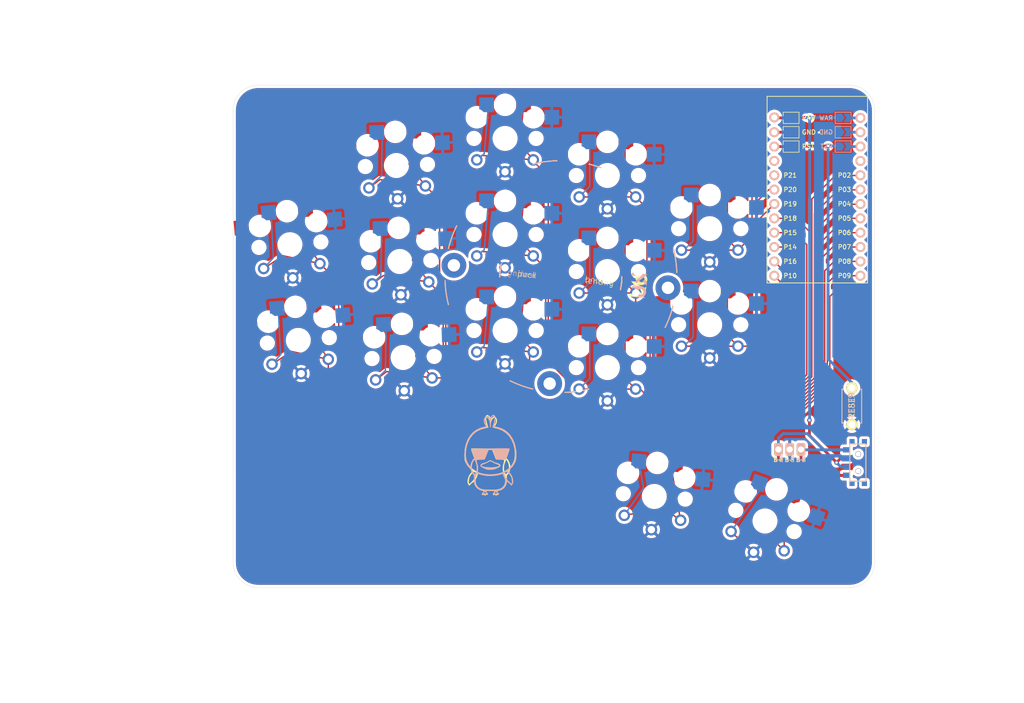
<source format=kicad_pcb>
(kicad_pcb (version 20211014) (generator pcbnew)
  (title_block (title "board") (rev "v1.0.0") (company "Unknown"))
  (layers (0 "F.Cu" signal) (31 "B.Cu" signal) (34 "B.Paste" user) (35 "F.Paste" user) (36 "B.SilkS" user "B.Silkscreen") (37 "F.SilkS" user "F.Silkscreen") (38 "B.Mask" user) (39 "F.Mask" user) (44 "Edge.Cuts" user))
  (net 0 "")
  (net 1 "P6")
  (net 2 "GND")
  (net 3 "P5")
  (net 4 "P4")
  (net 5 "P3")
  (net 6 "P2")
  (net 7 "P18")
  (net 8 "P15")
  (net 9 "P14")
  (net 10 "P16")
  (net 11 "P10")
  (net 12 "P19")
  (net 13 "P20")
  (net 14 "P21")
  (net 15 "P7")
  (net 16 "P8")
  (net 17 "P9")
  (net 18 "RAW")
  (net 19 "RST")
  (net 20 "Braw")
  (footprint "E73:SPDT_C128955" (layer "F.Cu") (at 159.004 -55.88 -90)
    (fp_text reference "T1" hide)
    (fp_text value "" hide)
  )
  (footprint "lib:bat" (layer "F.Cu") (at 146.87186 -58.201381)
    (fp_text reference "PAD1" hide)
    (fp_text value "" hide)
  )
  (footprint "kbd:ResetSW" (layer "F.Cu") (at 157.861 -65.861 90)
    (fp_text reference "B1" hide)
    (fp_text value "")
  )
  (footprint "PG1350" (layer "F.Cu") (at 77.269925 -108.458447 2)
    (fp_text reference "S11" hide)
    (fp_text value "" hide)
  )
  (footprint "PG1350" (layer "F.Cu") (at 142.499353 -45.544034 160)
    (fp_text reference "S34" hide)
    (fp_text value "" hide)
  )
  (footprint "PG1350" (layer "F.Cu") (at 96.495817 -96.246989)
    (fp_text reference "S15" hide)
    (fp_text value "" hide)
  )
  (footprint "PG1350" (layer "F.Cu") (at 114.611087 -89.686017)
    (fp_text reference "S21" hide)
    (fp_text value "" hide)
  )
  (footprint "PG1350" (layer "F.Cu") (at 78.456509 -74.479159 -178)
    (fp_text reference "S8" hide)
    (fp_text value "" hide)
  )
  (footprint "PG1350" (layer "F.Cu") (at 96.495817 -79.246989 180)
    (fp_text reference "S14" hide)
    (fp_text value "" hide)
  )
  (footprint "PG1350" (layer "F.Cu") (at 114.611087 -72.686017 180)
    (fp_text reference "S20" hide)
    (fp_text value "" hide)
  )
  (footprint "PG1350" (layer "F.Cu") (at 132.71828 -80.278852 180)
    (fp_text reference "S28" hide)
    (fp_text value "" hide)
  )
  (footprint "PG1350" (layer "F.Cu") (at 132.71828 -97.278852)
    (fp_text reference "S29" hide)
    (fp_text value "" hide)
  )
  (footprint "LOGO" (layer "F.Cu") (at 93.819755 -55.859733)
    (fp_text reference "G***" hide)
    (fp_text value "LOGO" hide)
  )
  (footprint "PG1350" (layer "F.Cu") (at 142.499353 -45.544034 -20)
    (fp_text reference "S33" hide)
    (fp_text value "" hide)
  )
  (footprint "PG1350" (layer "F.Cu") (at 78.456509 -74.479159 2)
    (fp_text reference "S7" hide)
    (fp_text value "" hide)
  )
  (footprint "E73:SPDT_C128955" (layer "F.Cu") (at 159.004 -55.88 -90)
    (fp_text reference "T2" hide)
    (fp_text value "" hide)
  )
  (footprint "PG1350" (layer "F.Cu") (at 58.419932 -94.443355 5)
    (fp_text reference "S5" hide)
    (fp_text value "" hide)
  )
  (footprint "PG1350" (layer "F.Cu") (at 132.71828 -80.278852)
    (fp_text reference "S27" hide)
    (fp_text value "" hide)
  )
  (footprint "PG1350" (layer "F.Cu") (at 77.863217 -91.468803 2)
    (fp_text reference "S9" hide)
    (fp_text value "" hide)
  )
  (footprint "PG1350" (layer "F.Cu") (at 96.495817 -96.246989 180)
    (fp_text reference "S16" hide)
    (fp_text value "" hide)
  )
  (footprint "PG1350" (layer "F.Cu") (at 132.71828 -97.278852 180)
    (fp_text reference "S30" hide)
    (fp_text value "" hide)
  )
  (footprint "PG1350" (layer "F.Cu") (at 96.495817 -79.246989)
    (fp_text reference "S13" hide)
    (fp_text value "" hide)
  )
  (footprint "PG1350" (layer "F.Cu") (at 114.611087 -106.686017 180)
    (fp_text reference "S24" hide)
    (fp_text value "" hide)
  )
  (footprint "PG1350" (layer "F.Cu") (at 96.495818 -113.246989)
    (fp_text reference "S17" hide)
    (fp_text value "" hide)
  )
  (footprint "PG1350" (layer "F.Cu") (at 59.901579 -77.508043 -175)
    (fp_text reference "S4" hide)
    (fp_text value "" hide)
  )
  (footprint "PG1350" (layer "F.Cu") (at 77.863217 -91.468803 -178)
    (fp_text reference "S10" hide)
    (fp_text value "" hide)
  )
  (footprint "PG1350" (layer "F.Cu") (at 114.611087 -89.686017 180)
    (fp_text reference "S22" hide)
    (fp_text value "" hide)
  )
  (footprint "PG1350" (layer "F.Cu") (at 122.91002 -49.886885 -5)
    (fp_text reference "S31" hide)
    (fp_text value "" hide)
  )
  (footprint "ProMicro" (layer "F.Cu") (at 151.765 -102.913254 -90)
    (fp_text reference "MCU1" hide)
    (fp_text value "" hide)
  )
  (footprint "PG1350" (layer "F.Cu") (at 59.901579 -77.508043 5)
    (fp_text reference "S3" hide)
    (fp_text value "" hide)
  )
  (footprint "PG1350" (layer "F.Cu") (at 122.91002 -49.886885 175)
    (fp_text reference "S32" hide)
    (fp_text value "" hide)
  )
  (footprint "Alaa:Tenting_Puck_3_Holes" (layer "F.Cu") (at 106.385267 -88.795642 84)
    (fp_text reference "REF**")
    (fp_text value "Tenting Puck")
  )
  (footprint "PG1350" (layer "F.Cu") (at 77.269925 -108.458447 -178)
    (fp_text reference "S12" hide)
    (fp_text value "" hide)
  )
  (footprint "PG1350" (layer "F.Cu") (at 114.611087 -106.686017)
    (fp_text reference "S23" hide)
    (fp_text value "" hide)
  )
  (footprint "PG1350" (layer "F.Cu") (at 58.419932 -94.443355 -175)
    (fp_text reference "S6" hide)
    (fp_text value "" hide)
  )
  (footprint "PG1350" (layer "F.Cu") (at 114.611087 -72.686017)
    (fp_text reference "S19" hide)
    (fp_text value "" hide)
  )
  (footprint "PG1350" (layer "F.Cu") (at 96.495818 -113.246989 180)
    (fp_text reference "S18" hide)
    (fp_text value "" hide)
  )
  (footprint "LOGO" (layer "B.Cu") (at 93.98 -55.88 180)
    (fp_text reference "G***" hide)
    (fp_text value "LOGO" hide)
  )
  (gr_arc (start 157.47209 -122.65009) (mid 160.615183 -121.348183) (end 161.91709 -118.20509) (layer "Edge.Cuts") (width 0.05))
  (gr_arc (start 52.80709 -33.75009) (mid 49.663995 -35.051995) (end 48.36209 -38.19509) (layer "Edge.Cuts") (width 0.05))
  (gr_line (start 161.913484 -38.196739) (end 161.91709 -118.20509) (layer "Edge.Cuts") (width 0.05))
  (gr_line (start 52.80709 -33.75009) (end 157.468484 -33.751739) (layer "Edge.Cuts") (width 0.05))
  (gr_line (start 157.47209 -122.65009) (end 52.803448 -122.652954) (layer "Edge.Cuts") (width 0.05))
  (gr_arc (start 48.358448 -118.207954) (mid 49.660357 -121.351045) (end 52.803448 -122.652954) (layer "Edge.Cuts") (width 0.05))
  (gr_arc (start 161.913484 -38.196739) (mid 160.611574 -35.053649) (end 157.468484 -33.751739) (layer "Edge.Cuts") (width 0.05))
  (gr_line (start 48.358448 -118.207954) (end 48.36209 -38.19509) (layer "Edge.Cuts") (width 0.05))
  (segment (start 63.732097 -91.093594) (end 57.237852 -92.473987) (width 0.25) (layer "F.Cu") (net 1))
  (segment (start 61.163892 -100.656149) (end 60.265842 -96.431156) (width 0.25) (layer "F.Cu") (net 1))
  (segment (start 152.628374 -72.517) (end 152.628374 -70.346106) (width 0.25) (layer "F.Cu") (net 1))
  (segment (start 57.237852 -92.473987) (end 53.77015 -90.222036) (width 0.25) (layer "F.Cu") (net 1))
  (segment (start 157.015254 -96.563254) (end 152.628374 -92.176374) (width 0.25) (layer "F.Cu") (net 1))
  (segment (start 87.231438 -65.796819) (end 87.223486 -65.788867) (width 0.25) (layer "F.Cu") (net 1))
  (segment (start 121.686138 -62.104105) (end 109.813674 -62.104105) (width 0.25) (layer "F.Cu") (net 1))
  (segment (start 60.265842 -96.431156) (end 63.732097 -91.093594) (width 0.25) (layer "F.Cu") (net 1))
  (segment (start 108.250914 -63.666865) (end 102.561997 -63.666865) (width 0.25) (layer "F.Cu") (net 1))
  (segment (start 152.628374 -92.176374) (end 152.628374 -72.346106) (width 0.25) (layer "F.Cu") (net 1))
  (segment (start 67.056 -87.769691) (end 63.732097 -91.093594) (width 0.25) (layer "F.Cu") (net 1))
  (segment (start 87.223486 -65.788867) (end 71.347919 -65.788867) (width 0.25) (layer "F.Cu") (net 1))
  (segment (start 124.592825 -65.010791) (end 121.686138 -62.104105) (width 0.25) (layer "F.Cu") (net 1))
  (segment (start 159.385 -96.563254) (end 157.015254 -96.563254) (width 0.25) (layer "F.Cu") (net 1))
  (segment (start 152.628374 -70.346106) (end 147.293059 -65.010791) (width 0.25) (layer "F.Cu") (net 1))
  (segment (start 147.293059 -65.010791) (end 124.592825 -65.010791) (width 0.25) (layer "F.Cu") (net 1))
  (segment (start 109.813674 -62.104105) (end 108.250914 -63.666865) (width 0.25) (layer "F.Cu") (net 1))
  (segment (start 102.561997 -63.666865) (end 100.432043 -65.796819) (width 0.25) (layer "F.Cu") (net 1))
  (segment (start 100.432043 -65.796819) (end 87.231438 -65.796819) (width 0.25) (layer "F.Cu") (net 1))
  (segment (start 67.056 -70.080786) (end 67.056 -87.769691) (width 0.25) (layer "F.Cu") (net 1))
  (segment (start 71.347919 -65.788867) (end 67.056 -70.080786) (width 0.25) (layer "F.Cu") (net 1))
  (segment (start 55.488475 -92.130429) (end 53.77015 -90.222037) (width 0.25) (layer "B.Cu") (net 1))
  (segment (start 55.093012 -99.676322) (end 55.488475 -92.130429) (width 0.25) (layer "B.Cu") (net 1))
  (segment (start 54.638817 -100.085279) (end 55.093012 -99.676322) (width 0.25) (layer "B.Cu") (net 1))
  (segment (start 151.971116 -114.252116) (end 147.942615 -114.252116) (width 0.5) (layer "F.Cu") (net 2))
  (segment (start 107.45356 -76.015027) (end 106.436087 -77.0325) (width 0.5) (layer "F.Cu") (net 2))
  (segment (start 147.942615 -114.252116) (end 147.851477 -114.343254) (width 0.5) (layer "F.Cu") (net 2))
  (via (at 152.019 -114.3) (size 0.8) (drill 0.4) (layers "F.Cu" "B.Cu") (net 2))
  (segment (start 152.043758 -114.324758) (end 155.853915 -114.324758) (width 0.5) (layer "B.Cu") (net 2))
  (segment (start 124.406628 -65.460311) (end 147.106862 -65.460311) (width 0.25) (layer "F.Cu") (net 3))
  (segment (start 121.499941 -62.553625) (end 124.406628 -65.460311) (width 0.25) (layer "F.Cu") (net 3))
  (segment (start 102.748195 -64.116385) (end 108.437111 -64.116385) (width 0.25) (layer "F.Cu") (net 3))
  (segment (start 156.634254 -99.103254) (end 159.385 -99.103254) (width 0.25) (layer "F.Cu") (net 3))
  (segment (start 89.497197 -70.855971) (end 94.106829 -66.246339) (width 0.25) (layer "F.Cu") (net 3))
  (segment (start 80.699283 -74.686881) (end 83.586081 -70.855971) (width 0.25) (layer "F.Cu") (net 3))
  (segment (start 83.586081 -70.855971) (end 89.497197 -70.855971) (width 0.25) (layer "F.Cu") (net 3))
  (segment (start 147.106862 -65.460311) (end 152.178854 -70.532304) (width 0.25) (layer "F.Cu") (net 3))
  (segment (start 83.586081 -70.855971) (end 75.553425 -71.984886) (width 0.25) (layer "F.Cu") (net 3))
  (segment (start 100.618241 -66.246339) (end 102.748195 -64.116385) (width 0.25) (layer "F.Cu") (net 3))
  (segment (start 81.521861 -80.53983) (end 80.699283 -74.686881) (width 0.25) (layer "F.Cu") (net 3))
  (segment (start 75.553425 -71.984886) (end 73.592172 -70.506977) (width 0.25) (layer "F.Cu") (net 3))
  (segment (start 108.437111 -64.116385) (end 109.999871 -62.553625) (width 0.25) (layer "F.Cu") (net 3))
  (segment (start 152.178854 -70.532304) (end 152.178854 -94.647854) (width 0.25) (layer "F.Cu") (net 3))
  (segment (start 109.999871 -62.553625) (end 121.499941 -62.553625) (width 0.25) (layer "F.Cu") (net 3))
  (segment (start 152.178854 -94.647854) (end 156.634254 -99.103254) (width 0.25) (layer "F.Cu") (net 3))
  (segment (start 94.106829 -66.246339) (end 100.618241 -66.246339) (width 0.25) (layer "F.Cu") (net 3))
  (segment (start 75.450233 -79.820002) (end 75.316743 -72.172374) (width 0.25) (layer "B.Cu") (net 3))
  (segment (start 75.316743 -72.172374) (end 73.592173 -70.506976) (width 0.25) (layer "B.Cu") (net 3))
  (segment (start 74.975852 -80.311238) (end 75.450233 -79.820002) (width 0.25) (layer "B.Cu") (net 3))
  (segment (start 82.992789 -87.845616) (end 85.555821 -85.191518) (width 0.25) (layer "F.Cu") (net 4))
  (segment (start 80.105992 -91.676525) (end 82.992789 -87.845615) (width 0.25) (layer "F.Cu") (net 4))
  (segment (start 121.313741 -63.003145) (end 110.186071 -63.003145) (width 0.25) (layer "F.Cu") (net 4))
  (segment (start 124.220427 -65.909831) (end 121.313741 -63.003145) (width 0.25) (layer "F.Cu") (net 4))
  (segment (start 94.293027 -66.695859) (end 92.178443 -68.810443) (width 0.25) (layer "F.Cu") (net 4))
  (segment (start 80.92857 -97.529475) (end 80.105992 -91.676525) (width 0.25) (layer "F.Cu") (net 4))
  (segment (start 151.729334 -70.718501) (end 146.920664 -65.909831) (width 0.25) (layer "F.Cu") (net 4))
  (segment (start 159.341746 -101.6) (end 155.956 -101.6) (width 0.25) (layer "F.Cu") (net 4))
  (segment (start 92.178443 -68.810443) (end 92.662886 -68.326) (width 0.25) (layer "F.Cu") (net 4))
  (segment (start 155.956 -101.6) (end 151.729334 -97.373334) (width 0.25) (layer "F.Cu") (net 4))
  (segment (start 102.934392 -64.565905) (end 100.804437 -66.695859) (width 0.25) (layer "F.Cu") (net 4))
  (segment (start 82.992789 -87.845615) (end 74.960134 -88.974532) (width 0.25) (layer "F.Cu") (net 4))
  (segment (start 100.804437 -66.695859) (end 94.293027 -66.695859) (width 0.25) (layer "F.Cu") (net 4))
  (segment (start 85.555821 -85.191518) (end 85.555821 -75.416679) (width 0.25) (layer "F.Cu") (net 4))
  (segment (start 110.186071 -63.003145) (end 108.623311 -64.565905) (width 0.25) (layer "F.Cu") (net 4))
  (segment (start 146.920664 -65.909831) (end 124.220427 -65.909831) (width 0.25) (layer "F.Cu") (net 4))
  (segment (start 108.623311 -64.565905) (end 102.934392 -64.565905) (width 0.25) (layer "F.Cu") (net 4))
  (segment (start 74.960134 -88.974532) (end 72.998881 -87.496621) (width 0.25) (layer "F.Cu") (net 4))
  (segment (start 151.729334 -97.373334) (end 151.729334 -70.718501) (width 0.25) (layer "F.Cu") (net 4))
  (segment (start 159.385 -101.643254) (end 159.341746 -101.6) (width 0.25) (layer "F.Cu") (net 4))
  (segment (start 89.027 -71.961886) (end 92.178443 -68.810443) (width 0.25) (layer "F.Cu") (net 4))
  (segment (start 85.555821 -75.416679) (end 88.9635 -72.009) (width 0.25) (layer "F.Cu") (net 4))
  (segment (start 74.382559 -97.300882) (end 74.644883 -97.029238) (width 0.25) (layer "B.Cu") (net 4))
  (segment (start 74.503858 -88.94996) (end 72.998881 -87.49662) (width 0.25) (layer "B.Cu") (net 4))
  (segment (start 74.644883 -97.029238) (end 74.503858 -88.94996) (width 0.25) (layer "B.Cu") (net 4))
  (segment (start 74.366842 -105.964176) (end 72.405589 -104.486265) (width 0.25) (layer "F.Cu") (net 5))
  (segment (start 86.005341 -85.377715) (end 85.876468 -85.506588) (width 0.25) (layer "F.Cu") (net 5))
  (segment (start 86.005341 -75.629583) (end 86.005341 -85.377715) (width 0.25) (layer "F.Cu") (net 5))
  (segment (start 85.876468 -85.506588) (end 84.915114 -86.5021) (width 0.25) (layer "F.Cu") (net 5))
  (segment (start 151.249052 -99.941052) (end 155.448 -104.14) (width 0.25) (layer "F.Cu") (net 5))
  (segment (start 84.915114 -86.5021) (end 84.915114 -102.319642) (width 0.25) (layer "F.Cu") (net 5))
  (segment (start 80.335279 -114.519119) (end 79.512699 -108.66617) (width 0.25) (layer "F.Cu") (net 5))
  (segment (start 121.127543 -63.452665) (end 110.372268 -63.452665) (width 0.25) (layer "F.Cu") (net 5))
  (segment (start 84.915114 -102.319642) (end 82.399497 -104.835259) (width 0.25) (layer "F.Cu") (net 5))
  (segment (start 103.12059 -65.015425) (end 100.990636 -67.145379) (width 0.25) (layer "F.Cu") (net 5))
  (segment (start 82.399497 -104.835259) (end 74.366842 -105.964176) (width 0.25) (layer "F.Cu") (net 5))
  (segment (start 159.341746 -104.14) (end 159.385 -104.183254) (width 0.25) (layer "F.Cu") (net 5))
  (segment (start 151.249052 -72.771) (end 151.249052 -70.873939) (width 0.25) (layer "F.Cu") (net 5))
  (segment (start 110.372268 -63.452665) (end 108.809508 -65.015425) (width 0.25) (layer "F.Cu") (net 5))
  (segment (start 124.03423 -66.359351) (end 121.127543 -63.452665) (width 0.25) (layer "F.Cu") (net 5))
  (segment (start 151.249052 -70.873939) (end 146.734466 -66.359351) (width 0.25) (layer "F.Cu") (net 5))
  (segment (start 146.734466 -66.359351) (end 124.03423 -66.359351) (width 0.25) (layer "F.Cu") (net 5))
  (segment (start 94.489545 -67.145379) (end 86.005341 -75.629583) (width 0.25) (layer "F.Cu") (net 5))
  (segment (start 155.448 -104.14) (end 159.341746 -104.14) (width 0.25) (layer "F.Cu") (net 5))
  (segment (start 79.512699 -108.66617) (end 82.399497 -104.835259) (width 0.25) (layer "F.Cu") (net 5))
  (segment (start 100.990636 -67.145379) (end 94.489545 -67.145379) (width 0.25) (layer "F.Cu") (net 5))
  (segment (start 108.809508 -65.015425) (end 103.12059 -65.015425) (width 0.25) (layer "F.Cu") (net 5))
  (segment (start 151.249052 -72.873937) (end 151.249052 -99.941052) (width 0.25) (layer "F.Cu") (net 5))
  (segment (start 74.588217 -114.572308) (end 74.773082 -114.380875) (width 0.25) (layer "B.Cu") (net 5))
  (segment (start 74.638001 -106.64208) (end 72.405589 -104.486264) (width 0.25) (layer "B.Cu") (net 5))
  (segment (start 74.773082 -114.380875) (end 74.638001 -106.64208) (width 0.25) (layer "B.Cu") (net 5))
  (segment (start 146.548268 -66.808871) (end 150.799532 -71.060136) (width 0.25) (layer "F.Cu") (net 6))
  (segment (start 92.44002 -76.239268) (end 91.495817 -75.446988) (width 0.25) (layer "F.Cu") (net 6))
  (segment (start 101.495817 -75.446989) (end 100.838 -74.789172) (width 0.25) (layer "F.Cu") (net 6))
  (segment (start 150.799532 -73.060135) (end 150.799532 -102.539532) (width 0.25) (layer "F.Cu") (net 6))
  (segment (start 101.495817 -75.446989) (end 99.16122 -78.229254) (width 0.25) (layer "F.Cu") (net 6))
  (segment (start 150.799532 -71.060136) (end 150.799532 -73.025) (width 0.25) (layer "F.Cu") (net 6))
  (segment (start 99.16122 -78.229254) (end 99.770817 -85.196989) (width 0.25) (layer "F.Cu") (net 6))
  (segment (start 159.341746 -106.68) (end 159.385 -106.723254) (width 0.25) (layer "F.Cu") (net 6))
  (segment (start 154.94 -106.68) (end 159.341746 -106.68) (width 0.25) (layer "F.Cu") (net 6))
  (segment (start 100.838 -74.789172) (end 100.838 -67.933731) (width 0.25) (layer "F.Cu") (net 6))
  (segment (start 110.558465 -63.902185) (end 120.941347 -63.902185) (width 0.25) (layer "F.Cu") (net 6))
  (segment (start 100.838 -67.933731) (end 103.306786 -65.464945) (width 0.25) (layer "F.Cu") (net 6))
  (segment (start 150.799532 -102.539532) (end 154.94 -106.68) (width 0.25) (layer "F.Cu") (net 6))
  (segment (start 123.848033 -66.808871) (end 146.548268 -66.808871) (width 0.25) (layer "F.Cu") (net 6))
  (segment (start 101.495817 -75.446989) (end 92.44002 -76.239268) (width 0.25) (layer "F.Cu") (net 6))
  (segment (start 120.941347 -63.902185) (end 123.848033 -66.808871) (width 0.25) (layer "F.Cu") (net 6))
  (segment (start 103.306786 -65.464945) (end 108.995705 -65.464945) (width 0.25) (layer "F.Cu") (net 6))
  (segment (start 108.995705 -65.464945) (end 110.558465 -63.902185) (width 0.25) (layer "F.Cu") (net 6))
  (segment (start 92.813707 -76.55283) (end 91.495817 -75.446988) (width 0.25) (layer "B.Cu") (net 6))
  (segment (start 93.220818 -85.196988) (end 93.537006 -84.82017) (width 0.25) (layer "B.Cu") (net 6))
  (segment (start 93.537006 -84.82017) (end 92.813707 -76.55283) (width 0.25) (layer "B.Cu") (net 6))
  (segment (start 146.36207 -67.258391) (end 150.350012 -71.246333) (width 0.25) (layer "F.Cu") (net 7))
  (segment (start 150.350012 -96.791988) (end 148.038746 -99.103254) (width 0.25) (layer "F.Cu") (net 7))
  (segment (start 109.181903 -65.914465) (end 110.744663 -64.351705) (width 0.25) (layer "F.Cu") (net 7))
  (segment (start 110.744663 -64.351705) (end 120.755149 -64.351705) (width 0.25) (layer "F.Cu") (net 7))
  (segment (start 101.495817 -92.446989) (end 92.440019 -93.239269) (width 0.25) (layer "F.Cu") (net 7))
  (segment (start 101.28752 -71.31552) (end 101.28752 -68.119929) (width 0.25) (layer "F.Cu") (net 7))
  (segment (start 99.161219 -95.229254) (end 101.495817 -92.446989) (width 0.25) (layer "F.Cu") (net 7))
  (segment (start 150.350012 -71.246333) (end 150.350012 -96.791988) (width 0.25) (layer "F.Cu") (net 7))
  (segment (start 103.69048 -73.71848) (end 101.28752 -71.31552) (width 0.25) (layer "F.Cu") (net 7))
  (segment (start 148.038746 -99.103254) (end 144.145 -99.103254) (width 0.25) (layer "F.Cu") (net 7))
  (segment (start 101.28752 -68.119929) (end 103.492984 -65.914465) (width 0.25) (layer "F.Cu") (net 7))
  (segment (start 101.495817 -92.446989) (end 103.69048 -90.252326) (width 0.25) (layer "F.Cu") (net 7))
  (segment (start 123.661836 -67.258391) (end 146.36207 -67.258391) (width 0.25) (layer "F.Cu") (net 7))
  (segment (start 99.770817 -102.196989) (end 99.161219 -95.229254) (width 0.25) (layer "F.Cu") (net 7))
  (segment (start 92.440019 -93.239269) (end 91.495817 -92.446988) (width 0.25) (layer "F.Cu") (net 7))
  (segment (start 103.69048 -90.252326) (end 103.69048 -73.71848) (width 0.25) (layer "F.Cu") (net 7))
  (segment (start 103.492984 -65.914465) (end 109.181903 -65.914465) (width 0.25) (layer "F.Cu") (net 7))
  (segment (start 120.755149 -64.351705) (end 123.661836 -67.258391) (width 0.25) (layer "F.Cu") (net 7))
  (segment (start 92.813707 -93.55283) (end 91.495817 -92.446988) (width 0.25) (layer "B.Cu") (net 7))
  (segment (start 93.220817 -102.196988) (end 93.537006 -101.82017) (width 0.25) (layer "B.Cu") (net 7))
  (segment (start 93.537006 -101.82017) (end 92.813707 -93.55283) (width 0.25) (layer "B.Cu") (net 7))
  (segment (start 149.900492 -94.447508) (end 147.784746 -96.563254) (width 0.25) (layer "F.Cu") (net 8))
  (segment (start 104.14 -106.553) (end 104.14 -73.787) (width 0.25) (layer "F.Cu") (net 8))
  (segment (start 99.770818 -119.196989) (end 99.16122 -112.229254) (width 0.25) (layer "F.Cu") (net 8))
  (segment (start 101.495818 -109.446989) (end 101.495818 -109.197182) (width 0.25) (layer "F.Cu") (net 8))
  (segment (start 107.415146 -68.316938) (end 110.930859 -64.801225) (width 0.25) (layer "F.Cu") (net 8))
  (segment (start 101.495818 -109.197182) (end 104.14 -106.553) (width 0.25) (layer "F.Cu") (net 8))
  (segment (start 92.44002 -110.239269) (end 91.495817 -109.446988) (width 0.25) (layer "F.Cu") (net 8))
  (segment (start 147.784746 -96.563254) (end 144.145 -96.563254) (width 0.25) (layer "F.Cu") (net 8))
  (segment (start 110.930859 -64.801225) (end 120.568951 -64.801225) (width 0.25) (layer "F.Cu") (net 8))
  (segment (start 107.415146 -70.511854) (end 107.415146 -68.316938) (width 0.25) (layer "F.Cu") (net 8))
  (segment (start 149.900492 -71.432531) (end 149.900492 -94.447508) (width 0.25) (layer "F.Cu") (net 8))
  (segment (start 101.495817 -109.446989) (end 92.44002 -110.239269) (width 0.25) (layer "F.Cu") (net 8))
  (segment (start 123.475639 -67.707911) (end 146.175872 -67.707911) (width 0.25) (layer "F.Cu") (net 8))
  (segment (start 146.175872 -67.707911) (end 149.900492 -71.432531) (width 0.25) (layer "F.Cu") (net 8))
  (segment (start 99.16122 -112.229254) (end 101.495817 -109.446989) (width 0.25) (layer "F.Cu") (net 8))
  (segment (start 104.14 -73.787) (end 107.415146 -70.511854) (width 0.25) (layer "F.Cu") (net 8))
  (segment (start 120.568951 -64.801225) (end 123.475639 -67.707911) (width 0.25) (layer "F.Cu") (net 8))
  (segment (start 92.813708 -110.55283) (end 91.495817 -109.446988) (width 0.25) (layer "B.Cu") (net 8))
  (segment (start 93.537006 -118.82017) (end 92.813708 -110.55283) (width 0.25) (layer "B.Cu") (net 8))
  (segment (start 93.220818 -119.196988) (end 93.537006 -118.82017) (width 0.25) (layer "B.Cu") (net 8))
  (segment (start 120.411087 -68.886017) (end 121.128314 -68.16879) (width 0.25) (layer "F.Cu") (net 9))
  (segment (start 121.128314 -68.16879) (end 146.001033 -68.16879) (width 0.25) (layer "F.Cu") (net 9))
  (segment (start 147.403746 -94.023254) (end 144.145 -94.023254) (width 0.25) (layer "F.Cu") (net 9))
  (segment (start 110.411087 -68.886017) (end 120.411087 -68.886017) (width 0.25) (layer "F.Cu") (net 9))
  (segment (start 117.736566 -78.486496) (end 117.736566 -70.760538) (width 0.25) (layer "F.Cu") (net 9))
  (segment (start 146.001033 -68.16879) (end 149.450972 -71.618729) (width 0.25) (layer "F.Cu") (net 9))
  (segment (start 149.450972 -71.618729) (end 149.450972 -91.976028) (width 0.25) (layer "F.Cu") (net 9))
  (segment (start 117.736566 -70.760538) (end 119.611087 -68.886017) (width 0.25) (layer "F.Cu") (net 9))
  (segment (start 117.886087 -78.636017) (end 117.736566 -78.486496) (width 0.25) (layer "F.Cu") (net 9))
  (segment (start 149.450972 -91.976028) (end 147.403746 -94.023254) (width 0.25) (layer "F.Cu") (net 9))
  (segment (start 111.485608 -79.029475) (end 111.485608 -70.760538) (width 0.25) (layer "B.Cu") (net 9))
  (segment (start 111.485608 -70.760538) (end 109.611087 -68.886017) (width 0.25) (layer "B.Cu") (net 9))
  (segment (start 117.736566 -87.760538) (end 119.611087 -85.886017) (width 0.25) (layer "F.Cu") (net 10))
  (segment (start 109.611087 -85.886017) (end 119.611087 -85.886017) (width 0.25) (layer "F.Cu") (net 10))
  (segment (start 149.001452 -86.626802) (end 149.001452 -71.804927) (width 0.25) (layer "F.Cu") (net 10))
  (segment (start 144.145 -91.483254) (end 149.001452 -86.626802) (width 0.25) (layer "F.Cu") (net 10))
  (segment (start 122.166194 -80.876851) (end 119.611087 -83.431958) (width 0.25) (layer "F.Cu") (net 10))
  (segment (start 117.736566 -95.486496) (end 117.736566 -87.760538) (width 0.25) (layer "F.Cu") (net 10))
  (segment (start 119.611087 -83.431958) (end 119.611087 -85.886017) (width 0.25) (layer "F.Cu") (net 10))
  (segment (start 122.896972 -68.61831) (end 122.166194 -69.349088) (width 0.25) (layer "F.Cu") (net 10))
  (segment (start 145.814835 -68.61831) (end 122.896972 -68.61831) (width 0.25) (layer "F.Cu") (net 10))
  (segment (start 149.001452 -71.804927) (end 145.814835 -68.61831) (width 0.25) (layer "F.Cu") (net 10))
  (segment (start 117.886087 -95.636017) (end 117.736566 -95.486496) (width 0.25) (layer "F.Cu") (net 10))
  (segment (start 122.166194 -69.349088) (end 122.166194 -80.876851) (width 0.25) (layer "F.Cu") (net 10))
  (segment (start 111.485608 -96.029475) (end 111.485608 -87.760538) (width 0.25) (layer "B.Cu") (net 10))
  (segment (start 111.485608 -87.760538) (end 109.611087 -85.886017) (width 0.25) (layer "B.Cu") (net 10))
  (segment (start 121.604871 -82.073892) (end 121.604871 -100.892233) (width 0.25) (layer "F.Cu") (net 11))
  (segment (start 123.08317 -69.06783) (end 122.615714 -69.535286) (width 0.25) (layer "F.Cu") (net 11))
  (segment (start 117.736566 -112.486496) (end 117.736566 -104.760538) (width 0.25) (layer "F.Cu") (net 11))
  (segment (start 122.615714 -81.063048) (end 121.604871 -82.073892) (width 0.25) (layer "F.Cu") (net 11))
  (segment (start 119.611087 -102.886017) (end 109.611087 -102.886017) (width 0.25) (layer "F.Cu") (net 11))
  (segment (start 145.628637 -69.06783) (end 123.08317 -69.06783) (width 0.25) (layer "F.Cu") (net 11))
  (segment (start 117.886087 -112.636017) (end 117.736566 -112.486496) (width 0.25) (layer "F.Cu") (net 11))
  (segment (start 148.551932 -71.991125) (end 145.628637 -69.06783) (width 0.25) (layer "F.Cu") (net 11))
  (segment (start 144.145 -88.943254) (end 148.551932 -84.536322) (width 0.25) (layer "F.Cu") (net 11))
  (segment (start 144.661928 -88.367257) (end 144.737213 -88.442542) (width 0.25) (layer "F.Cu") (net 11))
  (segment (start 122.615714 -69.535286) (end 122.615714 -81.063048) (width 0.25) (layer "F.Cu") (net 11))
  (segment (start 121.604871 -100.892233) (end 119.611087 -102.886017) (width 0.25) (layer "F.Cu") (net 11))
  (segment (start 148.551932 -84.536322) (end 148.551932 -71.991125) (width 0.25) (layer "F.Cu") (net 11))
  (segment (start 117.736566 -104.760538) (end 119.611087 -102.886017) (width 0.25) (layer "F.Cu") (net 11))
  (segment (start 111.485608 -104.760538) (end 109.611087 -102.886017) (width 0.25) (layer "B.Cu") (net 11))
  (segment (start 111.485608 -113.029475) (end 111.485608 -104.760538) (width 0.25) (layer "B.Cu") (net 11))
  (segment (start 141.040891 -98.539145) (end 144.145 -101.643254) (width 0.25) (layer "F.Cu") (net 12))
  (segment (start 135.843759 -78.353373) (end 135.843759 -86.079331) (width 0.25) (layer "F.Cu") (net 12))
  (segment (start 137.71828 -76.478852) (end 140.71828 -76.478852) (width 0.25) (layer "F.Cu") (net 12))
  (segment (start 137.71828 -76.478852) (end 135.843759 -78.353373) (width 0.25) (layer "F.Cu") (net 12))
  (segment (start 135.843759 -86.079331) (end 135.99328 -86.228852) (width 0.25) (layer "F.Cu") (net 12))
  (segment (start 141.040891 -76.801463) (end 141.040891 -98.539145) (width 0.25) (layer "F.Cu") (net 12))
  (segment (start 127.71828 -76.478852) (end 137.71828 -76.478852) (width 0.25) (layer "F.Cu") (net 12))
  (segment (start 140.71828 -76.478852) (end 141.040891 -76.801463) (width 0.25) (layer "F.Cu") (net 12))
  (segment (start 129.772946 -78.102108) (end 127.578705 -75.907867) (width 0.25) (layer "B.Cu") (net 12))
  (segment (start 129.772946 -85.188626) (end 129.772946 -78.102108) (width 0.25) (layer "B.Cu") (net 12))
  (segment (start 129.303705 -85.657867) (end 129.772946 -85.188626) (width 0.25) (layer "B.Cu") (net 12))
  (segment (start 143.172254 -104.183254) (end 144.145 -104.183254) (width 0.25) (layer "F.Cu") (net 13))
  (segment (start 135.843759 -95.353373) (end 135.843759 -103.079331) (width 0.25) (layer "F.Cu") (net 13))
  (segment (start 135.843759 -103.079331) (end 135.99328 -103.228852) (width 0.25) (layer "F.Cu") (net 13))
  (segment (start 137.71828 -93.478852) (end 135.843759 -95.353373) (width 0.25) (layer "F.Cu") (net 13))
  (segment (start 137.71828 -93.478852) (end 140.208 -95.968572) (width 0.25) (layer "F.Cu") (net 13))
  (segment (start 140.208 -95.968572) (end 140.208 -104.219) (width 0.25) (layer "F.Cu") (net 13))
  (segment (start 140.208 -101.219) (end 143.172254 -104.183254) (width 0.25) (layer "F.Cu") (net 13))
  (segment (start 127.71828 -93.478852) (end 137.71828 -93.478852) (width 0.25) (layer "F.Cu") (net 13))
  (segment (start 129.772946 -102.188626) (end 129.772946 -95.102108) (width 0.25) (layer "B.Cu") (net 13))
  (segment (start 128.14969 -93.478852) (end 127.71828 -93.478852) (width 0.25) (layer "B.Cu") (net 13))
  (segment (start 129.772946 -95.102108) (end 128.14969 -93.478852) (width 0.25) (layer "B.Cu") (net 13))
  (segment (start 129.303705 -102.657867) (end 129.772946 -102.188626) (width 0.25) (layer "B.Cu") (net 13))
  (segment (start 71.161721 -65.339347) (end 87.409683 -65.339347) (width 0.25) (layer "F.Cu") (net 15))
  (segment (start 153.077894 -70.159908) (end 153.077894 -89.831894) (width 0.25) (layer "F.Cu") (net 15))
  (segment (start 87.417636 -65.347299) (end 100.245845 -65.347299) (width 0.25) (layer "F.Cu") (net 15))
  (segment (start 61.74749 -79.495847) (end 65.213743 -74.158283) (width 0.25) (layer "F.Cu") (net 15))
  (segment (start 65.213744 -74.158282) (end 65.213744 -71.287324) (width 0.25) (layer "F.Cu") (net 15))
  (segment (start 87.409683 -65.339347) (end 87.417636 -65.347299) (width 0.25) (layer "F.Cu") (net 15))
  (segment (start 100.245845 -65.347299) (end 102.375799 -63.217345) (width 0.25) (layer "F.Cu") (net 15))
  (segment (start 147.479257 -64.561271) (end 153.077894 -70.159908) (width 0.25) (layer "F.Cu") (net 15))
  (segment (start 65.213744 -71.287324) (end 71.161721 -65.339347) (width 0.25) (layer "F.Cu") (net 15))
  (segment (start 108.064716 -63.217345) (end 109.627476 -61.654585) (width 0.25) (layer "F.Cu") (net 15))
  (segment (start 157.269254 -94.023254) (end 159.385 -94.023254) (width 0.25) (layer "F.Cu") (net 15))
  (segment (start 109.627476 -61.654585) (end 121.872335 -61.654585) (width 0.25) (layer "F.Cu") (net 15))
  (segment (start 102.375799 -63.217345) (end 108.064716 -63.217345) (width 0.25) (layer "F.Cu") (net 15))
  (segment (start 65.213743 -74.158283) (end 58.7195 -75.538677) (width 0.25) (layer "F.Cu") (net 15))
  (segment (start 58.7195 -75.538677) (end 55.251797 -73.286724) (width 0.25) (layer "F.Cu") (net 15))
  (segment (start 124.779022 -64.561271) (end 147.479257 -64.561271) (width 0.25) (layer "F.Cu") (net 15))
  (segment (start 121.872335 -61.654585) (end 124.779022 -64.561271) (width 0.25) (layer "F.Cu") (net 15))
  (segment (start 153.077894 -89.831894) (end 157.269254 -94.023254) (width 0.25) (layer "F.Cu") (net 15))
  (segment (start 62.64554 -83.720838) (end 61.74749 -79.495847) (width 0.25) (layer "F.Cu") (net 15))
  (segment (start 56.359403 -82.934826) (end 56.776306 -74.979862) (width 0.25) (layer "B.Cu") (net 15))
  (segment (start 56.776306 -74.979862) (end 55.251798 -73.286724) (width 0.25) (layer "B.Cu") (net 15))
  (segment (start 56.120464 -83.149967) (end 56.359403 -82.934826) (width 0.25) (layer "B.Cu") (net 15))
  (segment (start 124.561498 -47.765002) (end 117.597854 -46.537124) (width 0.25) (layer "F.Cu") (net 16))
  (segment (start 147.677751 -64.111751) (end 146.835249 -64.111751) (width 0.25) (layer "F.Cu") (net 16))
  (segment (start 127.559802 -45.665567) (end 124.561498 -47.765002) (width 0.25) (layer "F.Cu") (net 16))
  (segment (start 153.527414 -87.614414) (end 153.527414 -69.961414) (width 0.25) (layer "F.Cu") (net 16))
  (segment (start 128.246751 -64.111751) (end 126.691134 -62.556134) (width 0.25) (layer "F.Cu") (net 16))
  (segment (start 159.385 -91.483254) (end 157.396254 -91.483254) (width 0.25) (layer "F.Cu") (net 16))
  (segment (start 126.691134 -62.556134) (end 126.691134 -55.528808) (width 0.25) (layer "F.Cu") (net 16))
  (segment (start 147.665454 -64.111751) (end 128.246751 -64.111751) (width 0.25) (layer "F.Cu") (net 16))
  (segment (start 153.527414 -69.961414) (end 147.677751 -64.111751) (width 0.25) (layer "F.Cu") (net 16))
  (segment (start 125.995757 -54.535706) (end 127.559802 -45.665567) (width 0.25) (layer "F.Cu") (net 16))
  (segment (start 157.396254 -91.483254) (end 153.527414 -87.614414) (width 0.25) (layer "F.Cu") (net 16))
  (segment (start 120.166059 -56.099678) (end 120.996376 -51.390716) (width 0.25) (layer "B.Cu") (net 16))
  (segment (start 120.996376 -51.390716) (end 117.597854 -46.537124) (width 0.25) (layer "B.Cu") (net 16))
  (segment (start 144.434231 -63.662231) (end 147.863949 -63.662231) (width 0.25) (layer "F.Cu") (net 17))
  (segment (start 143.493937 -42.667304) (end 145.89814 -40.263101) (width 0.25) (layer "F.Cu") (net 17))
  (segment (start 147.611866 -51.651134) (end 142.875 -56.388) (width 0.25) (layer "F.Cu") (net 17))
  (segment (start 153.976934 -85.269934) (end 157.650254 -88.943254) (width 0.25) (layer "F.Cu") (net 17))
  (segment (start 145.89814 -48.301363) (end 145.89814 -40.263101) (width 0.25) (layer "F.Cu") (net 17))
  (segment (start 137.517212 -42.667304) (end 143.493937 -42.667304) (width 0.25) (layer "F.Cu") (net 17))
  (segment (start 136.501213 -43.683303) (end 137.517212 -42.667304) (width 0.25) (layer "F.Cu") (net 17))
  (segment (start 147.611866 -50.015089) (end 145.89814 -48.301363) (width 0.25) (layer "F.Cu") (net 17))
  (segment (start 142.875 -56.388) (end 142.875 -62.103) (width 0.25) (layer "F.Cu") (net 17))
  (segment (start 142.875 -62.103) (end 144.434231 -63.662231) (width 0.25) (layer "F.Cu") (net 17))
  (segment (start 153.976934 -69.775216) (end 153.976934 -85.269934) (width 0.25) (layer "F.Cu") (net 17))
  (segment (start 147.863949 -63.662231) (end 153.976934 -69.775216) (width 0.25) (layer "F.Cu") (net 17))
  (segment (start 147.611866 -50.015089) (end 147.611866 -51.651134) (width 0.25) (layer "F.Cu") (net 17))
  (segment (start 157.650254 -88.943254) (end 159.385 -88.943254) (width 0.25) (layer "F.Cu") (net 17))
  (segment (start 141.667403 -51.061386) (end 136.501213 -43.683302) (width 0.25) (layer "B.Cu") (net 17))
  (segment (start 141.45688 -52.255321) (end 141.667403 -51.061386) (width 0.25) (layer "B.Cu") (net 17))
  (segment (start 150.401808 -116.864779) (end 150.327546 -116.939041) (width 0.5) (layer "F.Cu") (net 18))
  (segment (start 155.165113 -55.892499) (end 155.165113 -55.88) (width 0.5) (layer "F.Cu") (net 18))
  (segment (start 150.368 -60.689612) (end 155.165113 -55.892499) (width 0.5) (layer "F.Cu") (net 18))
  (segment (start 150.327546 -116.939041) (end 147.752502 -116.939041) (width 0.5) (layer "F.Cu") (net 18))
  (segment (start 150.368 -63.373) (end 150.368 -60.689612) (width 0.5) (layer "F.Cu") (net 18))
  (segment (start 155.915113 -56.63) (end 156.929 -56.63) (width 0.5) (layer "F.Cu") (net 18))
  (segment (start 155.165113 -55.88) (end 155.915113 -56.63) (width 0.5) (layer "F.Cu") (net 18))
  (via (at 155.165113 -55.88) (size 0.8) (drill 0.4) (layers "F.Cu" "B.Cu") (net 18))
  (via (at 150.368 -63.373) (size 0.8) (drill 0.4) (layers "F.Cu" "B.Cu") (net 18))
  (via (at 150.401808 -116.864779) (size 0.8) (drill 0.4) (layers "F.Cu" "B.Cu") (net 18))
  (segment (start 150.4 -63.405) (end 150.368 -63.373) (width 0.5) (layer "B.Cu") (net 18))
  (segment (start 150.401808 -116.864779) (end 150.4 -116.862971) (width 0.5) (layer "B.Cu") (net 18))
  (segment (start 149.759699 -116.940301) (end 155.501242 -116.940301) (width 0.5) (layer "B.Cu") (net 18))
  (segment (start 155.165113 -55.88) (end 155.910237 -55.134876) (width 0.5) (layer "B.Cu") (net 18))
  (segment (start 155.910237 -55.134876) (end 156.671008 -55.134876) (width 0.5) (layer "B.Cu") (net 18))
  (segment (start 150.4 -116.862971) (end 150.4 -63.405) (width 0.5) (layer "B.Cu") (net 18))
  (segment (start 153.67 -111.887) (end 147.767712 -111.887) (width 0.5) (layer "F.Cu") (net 19))
  (via (at 153.691162 -111.908162) (size 0.8) (drill 0.4) (layers "F.Cu" "B.Cu") (net 19))
  (segment (start 153.67 -111.887) (end 153.67 -74.220231) (width 0.5) (layer "B.Cu") (net 19))
  (segment (start 153.691162 -111.908162) (end 153.67 -111.887) (width 0.5) (layer "B.Cu") (net 19))
  (segment (start 153.67 -74.220231) (end 157.861 -70.029231) (width 0.5) (layer "B.Cu") (net 19))
  (segment (start 157.861 -70.029231) (end 157.861 -69.111) (width 0.5) (layer "B.Cu") (net 19))
  (segment (start 153.69126 -111.90826) (end 155.469622 -111.90826) (width 0.5) (layer "B.Cu") (net 19))
  (segment (start 148.87186 -56.36014) (end 151.602 -53.63) (width 0.5) (layer "F.Cu") (net 20))
  (segment (start 156.929 -53.63) (end 156.893 -53.594) (width 0.5) (layer "F.Cu") (net 20))
  (segment (start 151.602 -53.63) (end 156.929 -53.63) (width 0.5) (layer "F.Cu") (net 20))
  (segment (start 148.87186 -58.201381) (end 148.87186 -56.36014) (width 0.5) (layer "F.Cu") (net 20))
  (segment (start 147.574 -53.594) (end 144.87186 -56.29614) (width 0.5) (layer "F.Cu") (net 20))
  (segment (start 156.893 -53.594) (end 147.574 -53.594) (width 0.5) (layer "F.Cu") (net 20))
  (segment (start 144.87186 -56.29614) (end 144.87186 -58.201381) (width 0.5) (layer "F.Cu") (net 20))
  (segment (start 144.87186 -60.170381) (end 144.87186 -58.201381) (width 0.5) (layer "B.Cu") (net 20))
  (segment (start 156.929 -58.13) (end 156.924124 -58.134876) (width 0.5) (layer "B.Cu") (net 20))
  (segment (start 156.929 -58.13) (end 152.880241 -58.13) (width 0.5) (layer "B.Cu") (net 20))
  (segment (start 156.924124 -58.134876) (end 148.938365 -58.134876) (width 0.5) (layer "B.Cu") (net 20))
  (segment (start 145.69686 -60.995381) (end 144.87186 -60.170381) (width 0.5) (layer "B.Cu") (net 20))
  (segment (start 150.01486 -60.995381) (end 145.69686 -60.995381) (width 0.5) (layer "B.Cu") (net 20))
  (segment (start 148.938365 -58.134876) (end 148.87186 -58.201381) (width 0.5) (layer "B.Cu") (net 20))
  (segment (start 152.880241 -58.13) (end 150.01486 -60.995381) (width 0.5) (layer "B.Cu") (net 20))
  (zone (net 2) (net_name "GND") (layers F&B.Cu) (connect_pads (clearance 0.508)) (min_thickness 0.254) (fill yes (thermal_gap 0.508) (thermal_bridge_width 0.508) (island_removal_mode 1) (island_area_min 0))
    (polygon (pts (xy 182.3974 -129.286) (xy 188.341 -13.2842) (xy 40.4622 -17.3228) (xy 7.112 -121.285) (xy 86.7918 -137.7442)))
  )
)
</source>
